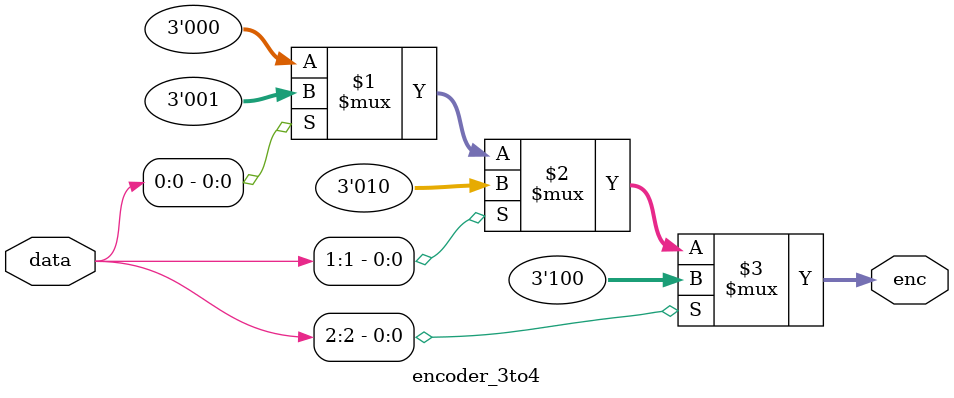
<source format=v>
`timescale 1ns / 1ps

module encoder_3to4 (
    input wire [2:0] data,   // 3개의 입력 데이터
    output wire [2:0] enc    // 3비트의 출력 인코딩
);

    assign enc = (data[2]) ? 3'b100 :
                 (data[1]) ? 3'b010 :
                 (data[0]) ? 3'b001 :
                             3'b000;

endmodule

</source>
